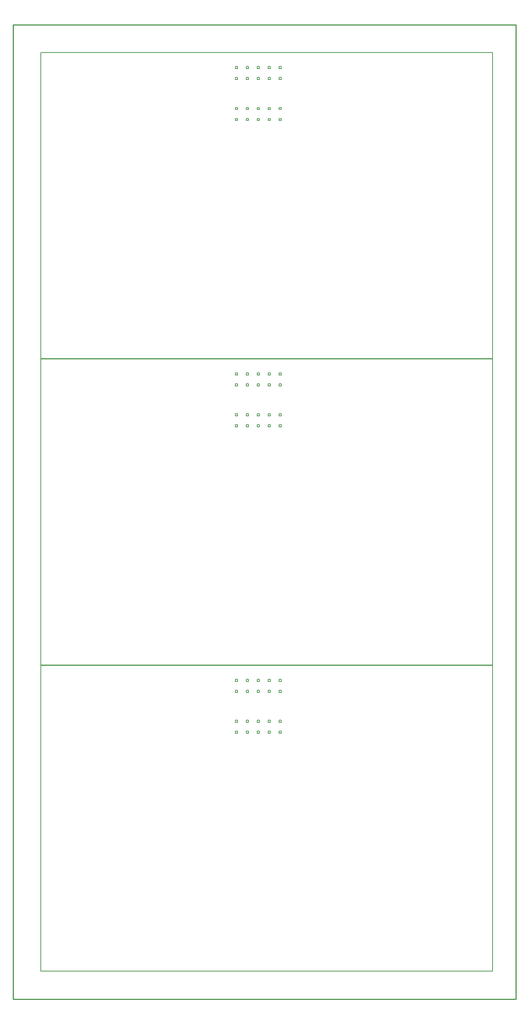
<source format=gm1>
G04 Layer_Color=16711935*
%FSLAX24Y24*%
%MOIN*%
G70*
G01*
G75*
%ADD12C,0.0100*%
%ADD14C,0.0080*%
%ADD138C,0.0060*%
G54D12*
X9272Y9272D02*
Y98287D01*
X55272D01*
Y9272D02*
Y98287D01*
X9272Y9272D02*
X55200D01*
G54D14*
X53150Y11811D02*
Y39764D01*
X11811Y11811D02*
Y39764D01*
Y11811D02*
X53150D01*
X11811Y39764D02*
X53150D01*
X53150Y39803D02*
Y67756D01*
X11811Y39803D02*
Y67756D01*
Y39803D02*
X53150D01*
X11811Y67756D02*
X53150D01*
X53150Y67795D02*
Y95748D01*
X11811Y67795D02*
Y95748D01*
Y67795D02*
X53150D01*
X11811Y95748D02*
X53150D01*
G54D138*
X29610Y33560D02*
Y33757D01*
Y33560D02*
X29807D01*
Y33757D01*
X29610D02*
X29807D01*
X29610Y34560D02*
Y34757D01*
Y34560D02*
X29807D01*
Y34757D01*
X29610D02*
X29807D01*
X30610Y34560D02*
Y34757D01*
Y34560D02*
X30807D01*
Y34757D01*
X30610D02*
X30807D01*
X30610Y33560D02*
Y33757D01*
Y33560D02*
X30807D01*
Y33757D01*
X30610D02*
X30807D01*
X31610Y33560D02*
Y33757D01*
Y33560D02*
X31807D01*
Y33757D01*
X31610D02*
X31807D01*
X31610Y34560D02*
Y34757D01*
Y34560D02*
X31807D01*
Y34757D01*
X31610D02*
X31807D01*
X32610Y34560D02*
Y34757D01*
Y34560D02*
X32807D01*
Y34757D01*
X32610D02*
X32807D01*
X32610Y33560D02*
Y33757D01*
Y33560D02*
X32807D01*
Y33757D01*
X32610D02*
X32807D01*
X33610Y33560D02*
Y33757D01*
Y33560D02*
X33807D01*
Y33757D01*
X33610D02*
X33807D01*
X33610Y34560D02*
Y34757D01*
Y34560D02*
X33807D01*
Y34757D01*
X33610D02*
X33807D01*
X29610Y37310D02*
Y37507D01*
Y37310D02*
X29807D01*
Y37507D01*
X29610D02*
X29807D01*
X29610Y38310D02*
Y38507D01*
Y38310D02*
X29807D01*
Y38507D01*
X29610D02*
X29807D01*
X30610Y38310D02*
Y38507D01*
Y38310D02*
X30807D01*
Y38507D01*
X30610D02*
X30807D01*
X30610Y37310D02*
Y37507D01*
Y37310D02*
X30807D01*
Y37507D01*
X30610D02*
X30807D01*
X31610Y37310D02*
Y37507D01*
Y37310D02*
X31807D01*
Y37507D01*
X31610D02*
X31807D01*
X31610Y38310D02*
Y38507D01*
Y38310D02*
X31807D01*
Y38507D01*
X31610D02*
X31807D01*
X32610Y38310D02*
Y38507D01*
Y38310D02*
X32807D01*
Y38507D01*
X32610D02*
X32807D01*
X32610Y37310D02*
Y37507D01*
Y37310D02*
X32807D01*
Y37507D01*
X32610D02*
X32807D01*
X33610Y37310D02*
Y37507D01*
Y37310D02*
X33807D01*
Y37507D01*
X33610D02*
X33807D01*
X33610Y38310D02*
Y38507D01*
Y38310D02*
X33807D01*
Y38507D01*
X33610D02*
X33807D01*
X29610Y61552D02*
Y61749D01*
Y61552D02*
X29807D01*
Y61749D01*
X29610D02*
X29807D01*
X29610Y62552D02*
Y62749D01*
Y62552D02*
X29807D01*
Y62749D01*
X29610D02*
X29807D01*
X30610Y62552D02*
Y62749D01*
Y62552D02*
X30807D01*
Y62749D01*
X30610D02*
X30807D01*
X30610Y61552D02*
Y61749D01*
Y61552D02*
X30807D01*
Y61749D01*
X30610D02*
X30807D01*
X31610Y61552D02*
Y61749D01*
Y61552D02*
X31807D01*
Y61749D01*
X31610D02*
X31807D01*
X31610Y62552D02*
Y62749D01*
Y62552D02*
X31807D01*
Y62749D01*
X31610D02*
X31807D01*
X32610Y62552D02*
Y62749D01*
Y62552D02*
X32807D01*
Y62749D01*
X32610D02*
X32807D01*
X32610Y61552D02*
Y61749D01*
Y61552D02*
X32807D01*
Y61749D01*
X32610D02*
X32807D01*
X33610Y61552D02*
Y61749D01*
Y61552D02*
X33807D01*
Y61749D01*
X33610D02*
X33807D01*
X33610Y62552D02*
Y62749D01*
Y62552D02*
X33807D01*
Y62749D01*
X33610D02*
X33807D01*
X29610Y65302D02*
Y65499D01*
Y65302D02*
X29807D01*
Y65499D01*
X29610D02*
X29807D01*
X29610Y66302D02*
Y66499D01*
Y66302D02*
X29807D01*
Y66499D01*
X29610D02*
X29807D01*
X30610Y66302D02*
Y66499D01*
Y66302D02*
X30807D01*
Y66499D01*
X30610D02*
X30807D01*
X30610Y65302D02*
Y65499D01*
Y65302D02*
X30807D01*
Y65499D01*
X30610D02*
X30807D01*
X31610Y65302D02*
Y65499D01*
Y65302D02*
X31807D01*
Y65499D01*
X31610D02*
X31807D01*
X31610Y66302D02*
Y66499D01*
Y66302D02*
X31807D01*
Y66499D01*
X31610D02*
X31807D01*
X32610Y66302D02*
Y66499D01*
Y66302D02*
X32807D01*
Y66499D01*
X32610D02*
X32807D01*
X32610Y65302D02*
Y65499D01*
Y65302D02*
X32807D01*
Y65499D01*
X32610D02*
X32807D01*
X33610Y65302D02*
Y65499D01*
Y65302D02*
X33807D01*
Y65499D01*
X33610D02*
X33807D01*
X33610Y66302D02*
Y66499D01*
Y66302D02*
X33807D01*
Y66499D01*
X33610D02*
X33807D01*
X29610Y89544D02*
Y89741D01*
Y89544D02*
X29807D01*
Y89741D01*
X29610D02*
X29807D01*
X29610Y90544D02*
Y90741D01*
Y90544D02*
X29807D01*
Y90741D01*
X29610D02*
X29807D01*
X30610Y90544D02*
Y90741D01*
Y90544D02*
X30807D01*
Y90741D01*
X30610D02*
X30807D01*
X30610Y89544D02*
Y89741D01*
Y89544D02*
X30807D01*
Y89741D01*
X30610D02*
X30807D01*
X31610Y89544D02*
Y89741D01*
Y89544D02*
X31807D01*
Y89741D01*
X31610D02*
X31807D01*
X31610Y90544D02*
Y90741D01*
Y90544D02*
X31807D01*
Y90741D01*
X31610D02*
X31807D01*
X32610Y90544D02*
Y90741D01*
Y90544D02*
X32807D01*
Y90741D01*
X32610D02*
X32807D01*
X32610Y89544D02*
Y89741D01*
Y89544D02*
X32807D01*
Y89741D01*
X32610D02*
X32807D01*
X33610Y89544D02*
Y89741D01*
Y89544D02*
X33807D01*
Y89741D01*
X33610D02*
X33807D01*
X33610Y90544D02*
Y90741D01*
Y90544D02*
X33807D01*
Y90741D01*
X33610D02*
X33807D01*
X29610Y93294D02*
Y93491D01*
Y93294D02*
X29807D01*
Y93491D01*
X29610D02*
X29807D01*
X29610Y94294D02*
Y94491D01*
Y94294D02*
X29807D01*
Y94491D01*
X29610D02*
X29807D01*
X30610Y94294D02*
Y94491D01*
Y94294D02*
X30807D01*
Y94491D01*
X30610D02*
X30807D01*
X30610Y93294D02*
Y93491D01*
Y93294D02*
X30807D01*
Y93491D01*
X30610D02*
X30807D01*
X31610Y93294D02*
Y93491D01*
Y93294D02*
X31807D01*
Y93491D01*
X31610D02*
X31807D01*
X31610Y94294D02*
Y94491D01*
Y94294D02*
X31807D01*
Y94491D01*
X31610D02*
X31807D01*
X32610Y94294D02*
Y94491D01*
Y94294D02*
X32807D01*
Y94491D01*
X32610D02*
X32807D01*
X32610Y93294D02*
Y93491D01*
Y93294D02*
X32807D01*
Y93491D01*
X32610D02*
X32807D01*
X33610Y93294D02*
Y93491D01*
Y93294D02*
X33807D01*
Y93491D01*
X33610D02*
X33807D01*
X33610Y94294D02*
Y94491D01*
Y94294D02*
X33807D01*
Y94491D01*
X33610D02*
X33807D01*
M02*

</source>
